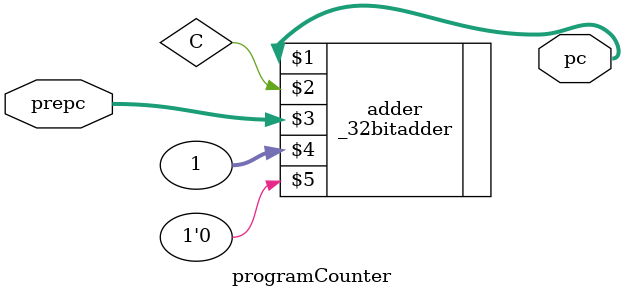
<source format=v>
module programCounter (prepc, pc);
	
	wire C;
	input [31:0] prepc;
	output [31:0] pc;
	
	_32bitadder adder (pc[31:0], C, prepc[31:0], 32'b00000000000000000000000000000001, 1'b0);
	
endmodule
</source>
